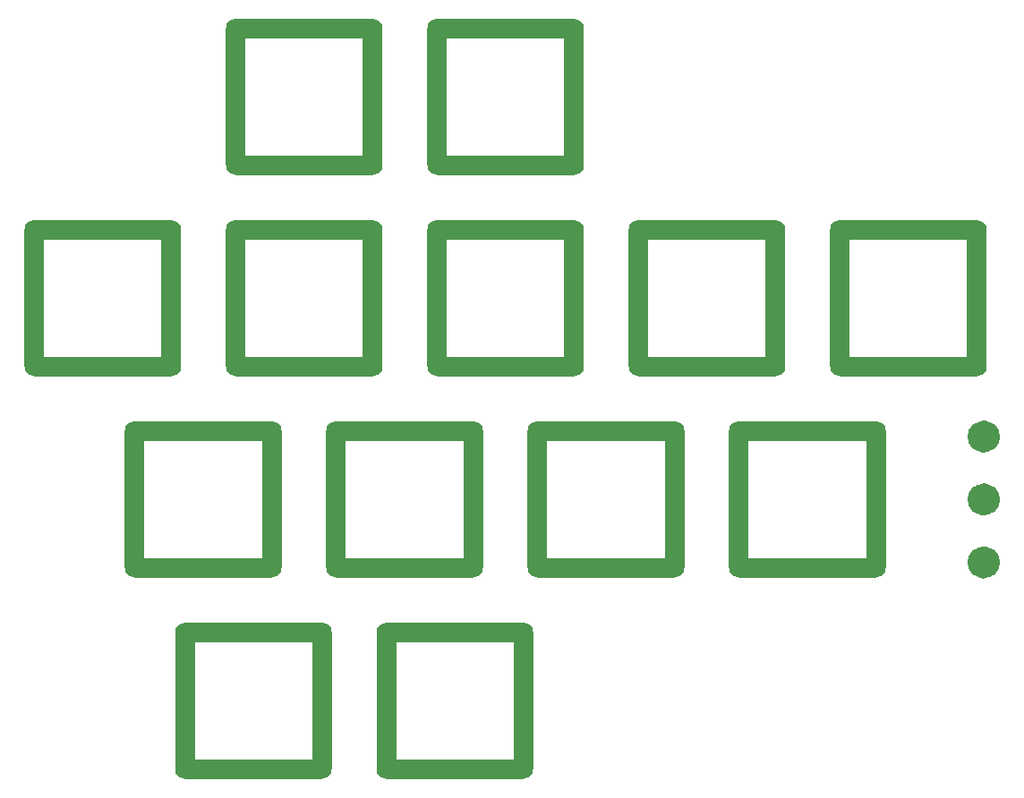
<source format=gts>
G04 #@! TF.GenerationSoftware,KiCad,Pcbnew,8.0.5*
G04 #@! TF.CreationDate,2024-09-30T06:21:52+09:00*
G04 #@! TF.ProjectId,SandyLP_Plate_Base_LR,53616e64-794c-4505-9f50-6c6174655f42,v.0*
G04 #@! TF.SameCoordinates,Original*
G04 #@! TF.FileFunction,Soldermask,Top*
G04 #@! TF.FilePolarity,Negative*
%FSLAX46Y46*%
G04 Gerber Fmt 4.6, Leading zero omitted, Abs format (unit mm)*
G04 Created by KiCad (PCBNEW 8.0.5) date 2024-09-30 06:21:52*
%MOMM*%
%LPD*%
G01*
G04 APERTURE LIST*
G04 Aperture macros list*
%AMRoundRect*
0 Rectangle with rounded corners*
0 $1 Rounding radius*
0 $2 $3 $4 $5 $6 $7 $8 $9 X,Y pos of 4 corners*
0 Add a 4 corners polygon primitive as box body*
4,1,4,$2,$3,$4,$5,$6,$7,$8,$9,$2,$3,0*
0 Add four circle primitives for the rounded corners*
1,1,$1+$1,$2,$3*
1,1,$1+$1,$4,$5*
1,1,$1+$1,$6,$7*
1,1,$1+$1,$8,$9*
0 Add four rect primitives between the rounded corners*
20,1,$1+$1,$2,$3,$4,$5,0*
20,1,$1+$1,$4,$5,$6,$7,0*
20,1,$1+$1,$6,$7,$8,$9,0*
20,1,$1+$1,$8,$9,$2,$3,0*%
G04 Aperture macros list end*
%ADD10C,1.550000*%
%ADD11RoundRect,0.900000X0.000010X-6.500000X0.000010X6.500000X-0.000010X6.500000X-0.000010X-6.500000X0*%
%ADD12RoundRect,0.900000X-6.500000X-0.000010X6.500000X-0.000010X6.500000X0.000010X-6.500000X0.000010X0*%
G04 APERTURE END LIST*
D10*
X291741325Y-78297246D02*
G75*
G02*
X290191325Y-78297246I-775000J0D01*
G01*
X290191325Y-78297246D02*
G75*
G02*
X291741325Y-78297246I775000J0D01*
G01*
X291741325Y-84250376D02*
G75*
G02*
X290191325Y-84250376I-775000J0D01*
G01*
X290191325Y-84250376D02*
G75*
G02*
X291741325Y-84250376I775000J0D01*
G01*
X291741325Y-90203506D02*
G75*
G02*
X290191325Y-90203506I-775000J0D01*
G01*
X290191325Y-90203506D02*
G75*
G02*
X291741325Y-90203506I775000J0D01*
G01*
D11*
X248747345Y-84250320D03*
D12*
X255247345Y-77750320D03*
X255247345Y-90750320D03*
D11*
X261747345Y-84250320D03*
X220172345Y-46150320D03*
D12*
X226672345Y-39650320D03*
X226672345Y-52650320D03*
D11*
X233172345Y-46150320D03*
X201122345Y-65200320D03*
D12*
X207622345Y-58700320D03*
X207622345Y-71700320D03*
D11*
X214122345Y-65200320D03*
X277322345Y-65200320D03*
D12*
X283822345Y-58700320D03*
X283822345Y-71700320D03*
D11*
X290322345Y-65200320D03*
X258272345Y-65200320D03*
D12*
X264772345Y-58700320D03*
X264772345Y-71700320D03*
D11*
X271272345Y-65200320D03*
X239222345Y-46150320D03*
D12*
X245722345Y-39650320D03*
X245722345Y-52650320D03*
D11*
X252222345Y-46150320D03*
X267797345Y-84250320D03*
D12*
X274297345Y-77750320D03*
X274297345Y-90750320D03*
D11*
X280797345Y-84250320D03*
X210647345Y-84250320D03*
D12*
X217147345Y-77750320D03*
X217147345Y-90750320D03*
D11*
X223647345Y-84250320D03*
X220172345Y-65200320D03*
D12*
X226672345Y-58700320D03*
X226672345Y-71700320D03*
D11*
X233172345Y-65200320D03*
X229697345Y-84250320D03*
D12*
X236197345Y-77750320D03*
X236197345Y-90750320D03*
D11*
X242697345Y-84250320D03*
X234459845Y-103300320D03*
D12*
X240959845Y-96800320D03*
X240959845Y-109800320D03*
D11*
X247459845Y-103300320D03*
X239222345Y-65200320D03*
D12*
X245722345Y-58700320D03*
X245722345Y-71700320D03*
D11*
X252222345Y-65200320D03*
X215409845Y-103300320D03*
D12*
X221909845Y-96800320D03*
X221909845Y-109800320D03*
D11*
X228409845Y-103300320D03*
M02*

</source>
